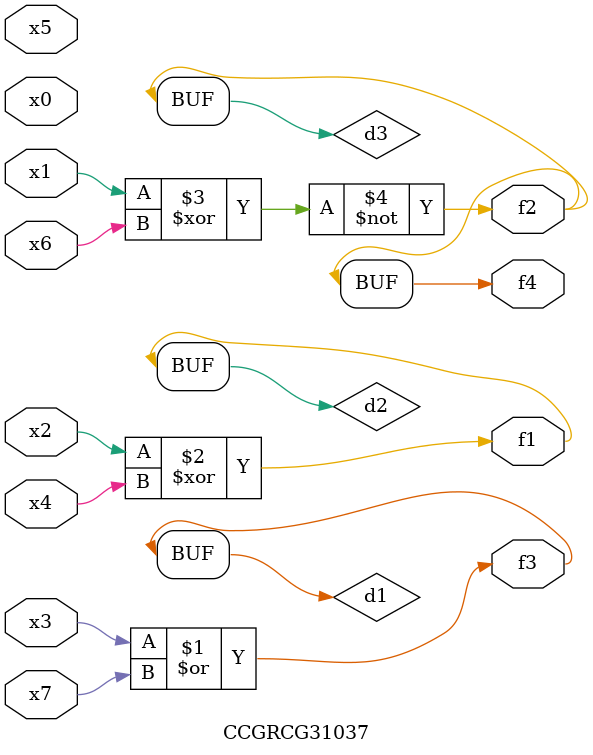
<source format=v>
module CCGRCG31037(
	input x0, x1, x2, x3, x4, x5, x6, x7,
	output f1, f2, f3, f4
);

	wire d1, d2, d3;

	or (d1, x3, x7);
	xor (d2, x2, x4);
	xnor (d3, x1, x6);
	assign f1 = d2;
	assign f2 = d3;
	assign f3 = d1;
	assign f4 = d3;
endmodule

</source>
